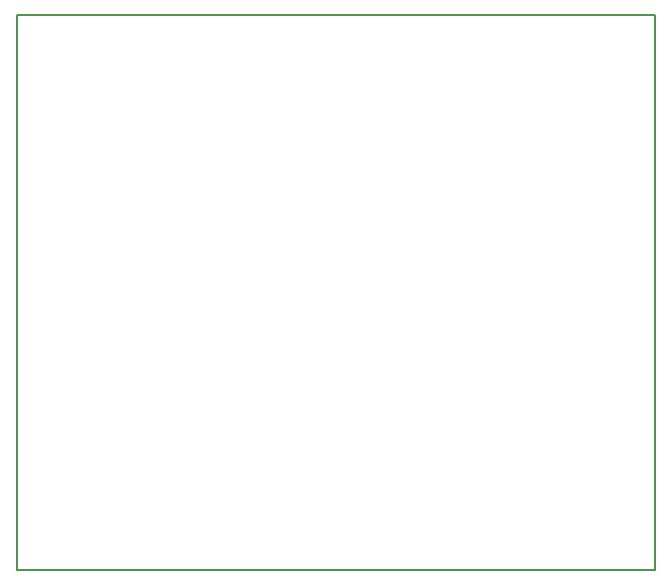
<source format=gbr>
G04 #@! TF.FileFunction,Profile,NP*
%FSLAX46Y46*%
G04 Gerber Fmt 4.6, Leading zero omitted, Abs format (unit mm)*
G04 Created by KiCad (PCBNEW 4.0.7) date 02/24/18 18:12:37*
%MOMM*%
%LPD*%
G01*
G04 APERTURE LIST*
%ADD10C,0.100000*%
%ADD11C,0.150000*%
G04 APERTURE END LIST*
D10*
D11*
X122000000Y-96000000D02*
X176000000Y-96000000D01*
X122000000Y-49000000D02*
X122000000Y-96000000D01*
X176000000Y-49000000D02*
X122000000Y-49000000D01*
X176000000Y-96000000D02*
X176000000Y-49000000D01*
M02*

</source>
